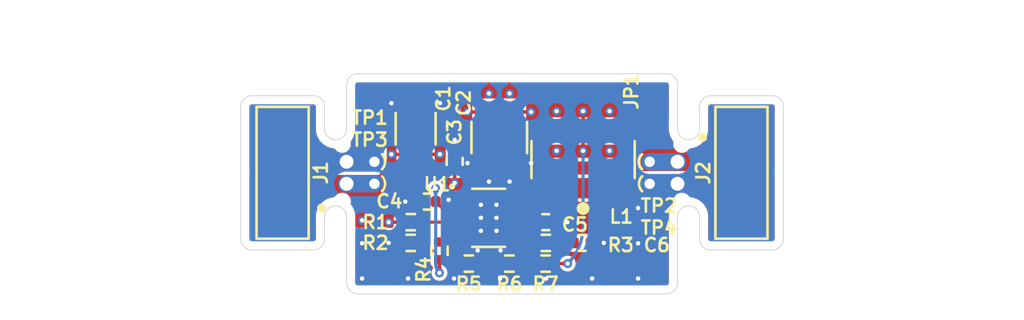
<source format=kicad_pcb>
(kicad_pcb (version 20241229) (generator "pcbnew") (generator_version "9.0")
  (layers (0 "F.Cu" signal) (4 "In1.Cu" power) (6 "In2.Cu" power) (2 "B.Cu" signal) (13 "F.Paste" user) (15 "B.Paste" user) (5 "F.SilkS" user "F.Silkscreen") (7 "B.SilkS" user "B.Silkscreen") (1 "F.Mask" user) (3 "B.Mask" user) (25 "Edge.Cuts" user))
  (net 0 "")
  (net 1 "GND")
  (net 2 "/3V3_MAX17761")
  (net 3 "Net-(C6-Pad1)")
  (net 4 "/LX")
  (net 5 "/~{RESET}")
  (net 6 "/MAX17761_FB")
  (net 7 "/3V3")
  (net 8 "/VIN")
  (net 9 "/VCC")
  (net 10 "/SS")
  (net 11 "/EN{slash}UVLO")
  (net 12 "/RT{slash}SYNC")
  (footprint "mouse_bite_footprints:mouse-bite-midle-50mil-200mil" (layer "F.Cu") (at 140.7922 99.897141 90)
    (property "Reference" "MB1" (hide yes))
    (property "Value" "mouse-bite-midle-50mil-200mil" (hide yes))
    (pad "" np_thru_hole circle (at -1.651 0.381 90) (size 0.5 0.5) (drill 0.5) (layers "F&B.Cu" "*.Mask"))
    (pad "" np_thru_hole circle (at 1.651 0.381 90) (size 0.5 0.5) (drill 0.5) (layers "F&B.Cu" "*.Mask"))
  )
  (footprint "test_point_footprints:TestPoint_THTPad_Castelated" (layer "F.Cu") (at 160.4774 99.262141 180)
    (property "Reference" "TP2" (at 2.2098 -2.532889 0) (layer "F.SilkS") (effects (font (size 0.762 0.762) (thickness 0.1524)) (justify left)))
    (property "Value" "TestPoint" (hide yes))
    (fp_arc (start 2.036734 -0.431051) (mid 2.215279 0.001265) (end 2.034942 0.432836) (stroke (width 0.1524)) (layer "F.SilkS"))
    (pad "1" thru_hole circle (at 0 0 180) (size 1 1) (drill 0.8) (property pad_prop_castellated) (layers "*.Cu" "*.Mask") (net 7 "/3V3"))
    (pad "1" thru_hole roundrect (at 1.6 0 180) (size 2.6 1) (drill 0.6 (offset -0.8 0)) (layers "*.Cu" "*.Mask") (roundrect_rratio 0.5) (net 7 "/3V3"))
  )
  (footprint "test_point_footprints:TestPoint_THTPad_Castelated" (layer "F.Cu") (at 141.4274 99.262141)
    (property "Reference" "TP1" (at 2.469279 -2.538735 0) (layer "F.SilkS") (effects (font (size 0.762 0.762) (thickness 0.1524)) (justify right)))
    (property "Value" "TestPoint" (hide yes))
    (fp_arc (start 2.036734 -0.431051) (mid 2.215279 0.001265) (end 2.034942 0.432836) (stroke (width 0.1524)) (layer "F.SilkS"))
    (pad "1" thru_hole circle (at 0 0) (size 1 1) (drill 0.8) (property pad_prop_castellated) (layers "*.Cu" "*.Mask") (net 1 "GND"))
    (pad "1" thru_hole roundrect (at 1.6 0) (size 2.6 1) (drill 0.6 (offset -0.8 0)) (layers "*.Cu" "*.Mask") (roundrect_rratio 0.5) (net 1 "GND"))
  )
  (footprint "capacitor_footprints:C_1210_200_3225Metric" (layer "F.Cu") (at 150.2158 97.864401 -90)
    (property "Reference" "C2" (at -1.154 1.6 90) (layer "F.SilkS") (effects (font (size 0.762 0.762) (thickness 0.1524)) (justify left bottom)))
    (property "Value" "47 µF")
    (fp_line (start 0.9 1.6) (end -0.9 1.6) (stroke (width 0.1524)) (layer "F.SilkS"))
    (fp_line (start 0.9 -1.6) (end -0.9 -1.6) (stroke (width 0.1524)) (layer "F.SilkS"))
    (pad "1" smd roundrect (at -1.475 0 270) (size 1.15 2.7) (layers "F.Cu" "F.Mask" "F.Paste") (net 2 "/3V3_MAX17761"))
    (pad "2" smd roundrect (at 1.475 0 270) (size 1.15 2.7) (layers "F.Cu" "F.Mask" "F.Paste") (net 1 "GND"))
  )
  (footprint "connector_footprints:FW-02-03-G-D-085-155" (layer "F.Cu") (at 164.1602 99.897141)
    (property "Reference" "J2" (at -1.754 0 90) (layer "F.SilkS") (effects (font (size 0.762 0.762) (thickness 0.1524)) (justify bottom)))
    (property "Value" "FW-02-03-G-D-085-155")
    (fp_rect (start -1.5 3.8) (end 1.5 -3.8) (stroke (width 0.1524)) (fill no) (layer "F.SilkS"))
    (fp_circle (center -2.24 -2.035) (end -2.425 -2.035) (stroke (width 0.1524)) (fill yes) (layer "F.SilkS"))
    (pad "1" smd roundrect (at -0.635 -2.035) (size 0.74 2.79) (layers "F.Cu" "F.Paste") (net 7 "/3V3"))
    (pad "2" smd roundrect (at -0.635 2.035) (size 0.74 2.79) (layers "F.Cu" "F.Paste") (net 1 "GND"))
    (pad "3" smd roundrect (at 0.635 -2.035) (size 0.74 2.79) (layers "F.Cu" "F.Paste") (net 7 "/3V3"))
    (pad "4" smd roundrect (at 0.635 2.035) (size 0.74 2.79) (layers "F.Cu" "F.Paste") (net 1 "GND"))
  )
  (footprint "test_point_footprints:TestPoint_THTPad_Castelated" (layer "F.Cu") (at 141.4274 100.532141)
    (property "Reference" "TP3" (at 2.469279 -2.538735 0) (layer "F.SilkS") (effects (font (size 0.762 0.762) (thickness 0.1524)) (justify right)))
    (property "Value" "TestPoint" (hide yes))
    (fp_arc (start 2.036734 -0.431051) (mid 2.215279 0.001265) (end 2.034942 0.432836) (stroke (width 0.1524)) (layer "F.SilkS"))
    (pad "1" thru_hole circle (at 0 0) (size 1 1) (drill 0.8) (property pad_prop_castellated) (layers "*.Cu" "*.Mask") (net 8 "/VIN"))
    (pad "1" thru_hole roundrect (at 1.6 0) (size 2.6 1) (drill 0.6 (offset -0.8 0)) (layers "*.Cu" "*.Mask") (roundrect_rratio 0.5) (net 8 "/VIN"))
  )
  (footprint "resistor_footprints:R_0402_1005Metric" (layer "F.Cu") (at 145.12036 102.744401)
    (property "Reference" "R1" (at -1.184 0 0) (layer "F.SilkS") (effects (font (size 0.762 0.762) (thickness 0.1524)) (justify right)))
    (property "Value" "430 kΩ")
    (fp_line (start 0.24 -0.47) (end -0.24 -0.47) (stroke (width 0.1524)) (layer "F.SilkS"))
    (fp_line (start 0.24 0.47) (end -0.24 0.47) (stroke (width 0.1524)) (layer "F.SilkS"))
    (pad "1" smd roundrect (at -0.51 0) (size 0.54 0.64) (layers "F.Cu" "F.Mask" "F.Paste") (net 8 "/VIN"))
    (pad "2" smd roundrect (at 0.51 0) (size 0.54 0.64) (layers "F.Cu" "F.Mask" "F.Paste") (net 11 "/EN{slash}UVLO"))
  )
  (footprint "resistor_footprints:R_0402_1005Metric" (layer "F.Cu") (at 152.8973 103.939661)
    (property "Reference" "R3" (at 3.47 0.127 0) (layer "F.SilkS") (effects (font (size 0.762 0.762) (thickness 0.1524)) (justify left)))
    (property "Value" "15.4 kΩ")
    (fp_line (start 0.24 -0.47) (end -0.24 -0.47) (stroke (width 0.1524)) (layer "F.SilkS"))
    (fp_line (start 0.24 0.47) (end -0.24 0.47) (stroke (width 0.1524)) (layer "F.SilkS"))
    (pad "1" smd roundrect (at -0.51 0) (size 0.54 0.64) (layers "F.Cu" "F.Mask" "F.Paste") (net 6 "/MAX17761_FB"))
    (pad "2" smd roundrect (at 0.51 0) (size 0.54 0.64) (layers "F.Cu" "F.Mask" "F.Paste") (net 3 "Net-(C6-Pad1)"))
  )
  (footprint "capacitor_footprints:C_0402_1005Metric" (layer "F.Cu") (at 146.0754 101.55936 180)
    (property "Reference" "C4" (at 1.342999 0.46 0) (layer "F.SilkS") (effects (font (size 0.762 0.762) (thickness 0.1524)) (justify right top)))
    (property "Value" "1 µF")
    (fp_line (start 0.2 0.46) (end -0.2 0.46) (stroke (width 0.1524)) (layer "F.SilkS"))
    (fp_line (start 0.2 -0.46) (end -0.2 -0.46) (stroke (width 0.1524)) (layer "F.SilkS"))
    (pad "1" smd roundrect (at -0.48 0 180) (size 0.56 0.62) (layers "F.Cu" "F.Mask" "F.Paste") (net 9 "/VCC"))
    (pad "2" smd roundrect (at 0.48 0 180) (size 0.56 0.62) (layers "F.Cu" "F.Mask" "F.Paste") (net 1 "GND"))
  )
  (footprint "mouse_bite_footprints:mouse-bite-midle-50mil-200mil" (layer "F.Cu") (at 161.1122 99.897141 -90)
    (property "Reference" "MB2" (hide yes))
    (property "Value" "mouse-bite-midle-50mil-200mil" (hide yes))
    (pad "" np_thru_hole circle (at -1.651 0.381 270) (size 0.5 0.5) (drill 0.5) (layers "F&B.Cu" "*.Mask"))
    (pad "" np_thru_hole circle (at 1.651 0.381 270) (size 0.5 0.5) (drill 0.5) (layers "F&B.Cu" "*.Mask"))
  )
  (footprint "inductor_footprints:XAL5050" (layer "F.Cu") (at 155.0416 99.1362 90)
    (property "Reference" "L1" (at -2.8448 2.9718 0) (layer "F.SilkS") (effects (font (size 0.762 0.762) (thickness 0.1524)) (justify right top)))
    (property "Value" "22 µH")
    (fp_line (start 1.0668 -2.9718) (end -1.0668 -2.9718) (stroke (width 0.1524)) (layer "F.SilkS"))
    (fp_line (start 1.0668 2.9718) (end -1.0668 2.9718) (stroke (width 0.1524)) (layer "F.SilkS"))
    (fp_circle (center -2.8194 0) (end -3.1115 0) (stroke (width 0.1524)) (fill yes) (layer "F.SilkS"))
    (pad "1" smd roundrect (at -1.651 0 90) (size 1.1684 4.699) (layers "F.Cu" "F.Mask" "F.Paste") (net 4 "/LX"))
    (pad "2" smd roundrect (at 1.651 0 90) (size 1.1684 4.699) (layers "F.Cu" "F.Mask" "F.Paste") (net 2 "/3V3_MAX17761"))
  )
  (footprint "capacitor_footprints:C_1206_3216Metric" (layer "F.Cu") (at 145.40236 97.356401 90)
    (property "Reference" "C1" (at 0.9 1.15 90) (layer "F.SilkS") (effects (font (size 0.762 0.762) (thickness 0.1524)) (justify left top)))
    (property "Value" "2.2 µF")
    (fp_line (start 0.9 -1.15) (end -0.9 -1.15) (stroke (width 0.1524)) (layer "F.SilkS"))
    (fp_line (start 0.9 1.15) (end -0.9 1.15) (stroke (width 0.1524)) (layer "F.SilkS"))
    (pad "1" smd roundrect (at -1.475 0 90) (size 1.15 1.8) (layers "F.Cu" "F.Mask" "F.Paste") (net 8 "/VIN"))
    (pad "2" smd roundrect (at 1.475 0 90) (size 1.15 1.8) (layers "F.Cu" "F.Mask" "F.Paste") (net 1 "GND"))
  )
  (footprint "capacitor_footprints:C_0402_1005Metric" (layer "F.Cu") (at 154.9908 103.939661)
    (property "Reference" "C6" (at 3.45 0.127 0) (layer "F.SilkS") (effects (font (size 0.762 0.762) (thickness 0.1524)) (justify left)))
    (property "Value" "6.8 nF")
    (fp_line (start 0.2 -0.46) (end -0.2 -0.46) (stroke (width 0.1524)) (layer "F.SilkS"))
    (fp_line (start 0.2 0.46) (end -0.2 0.46) (stroke (width 0.1524)) (layer "F.SilkS"))
    (pad "1" smd roundrect (at -0.48 0) (size 0.56 0.62) (layers "F.Cu" "F.Mask" "F.Paste") (net 3 "Net-(C6-Pad1)"))
    (pad "2" smd roundrect (at 0.48 0) (size 0.56 0.62) (layers "F.Cu" "F.Mask" "F.Paste") (net 1 "GND"))
  )
  (footprint "capacitor_footprints:C_0402_1005Metric" (layer "F.Cu") (at 152.8927 102.744399)
    (property "Reference" "C5" (at 0.834999 0.587 0) (layer "F.SilkS") (effects (font (size 0.762 0.762) (thickness 0.1524)) (justify left bottom)))
    (property "Value" "100 nF")
    (fp_line (start 0.2 -0.46) (end -0.2 -0.46) (stroke (width 0.1524)) (layer "F.SilkS"))
    (fp_line (start 0.2 0.46) (end -0.2 0.46) (stroke (width 0.1524)) (layer "F.SilkS"))
    (pad "1" smd roundrect (at -0.48 0) (size 0.56 0.62) (layers "F.Cu" "F.Mask" "F.Paste") (net 10 "/SS"))
    (pad "2" smd roundrect (at 0.48 0) (size 0.56 0.62) (layers "F.Cu" "F.Mask" "F.Paste") (net 1 "GND"))
  )
  (footprint "resistor_footprints:R_0402_1005Metric" (layer "F.Cu") (at 148.46246 105.133459)
    (property "Reference" "R5" (at 0 0.724 0) (layer "F.SilkS") (effects (font (size 0.762 0.762) (thickness 0.1524)) (justify top)))
    (property "Value" "105 kΩ")
    (fp_line (start 0.24 -0.47) (end -0.24 -0.47) (stroke (width 0.1524)) (layer "F.SilkS"))
    (fp_line (start 0.24 0.47) (end -0.24 0.47) (stroke (width 0.1524)) (layer "F.SilkS"))
    (pad "1" smd roundrect (at -0.51 0) (size 0.54 0.64) (layers "F.Cu" "F.Mask" "F.Paste") (net 12 "/RT{slash}SYNC"))
    (pad "2" smd roundrect (at 0.51 0) (size 0.54 0.64) (layers "F.Cu" "F.Mask" "F.Paste") (net 1 "GND"))
  )
  (footprint "capacitor_footprints:C_0402_1005Metric" (layer "F.Cu") (at 147.64766 99.240401 90)
    (property "Reference" "C3" (at 0.834999 -0.46 90) (layer "F.SilkS") (effects (font (size 0.762 0.762) (thickness 0.1524)) (justify left top)))
    (property "Value" "100 nF")
    (fp_line (start 0.2 -0.46) (end -0.2 -0.46) (stroke (width 0.1524)) (layer "F.SilkS"))
    (fp_line (start 0.2 0.46) (end -0.2 0.46) (stroke (width 0.1524)) (layer "F.SilkS"))
    (pad "1" smd roundrect (at -0.48 0 90) (size 0.56 0.62) (layers "F.Cu" "F.Mask" "F.Paste") (net 8 "/VIN"))
    (pad "2" smd roundrect (at 0.48 0 90) (size 0.56 0.62) (layers "F.Cu" "F.Mask" "F.Paste") (net 1 "GND"))
  )
  (footprint "resistor_footprints:R_0402_1005Metric" (layer "F.Cu") (at 146.7739 104.397401 -90)
    (property "Reference" "R4" (at 0.24 0.47 90) (layer "F.SilkS") (effects (font (size 0.762 0.762) (thickness 0.1524)) (justify right bottom)))
    (property "Value" "10 kΩ")
    (fp_line (start 0.24 0.47) (end -0.24 0.47) (stroke (width 0.1524)) (layer "F.SilkS"))
    (fp_line (start 0.24 -0.47) (end -0.24 -0.47) (stroke (width 0.1524)) (layer "F.SilkS"))
    (pad "1" smd roundrect (at -0.51 0 270) (size 0.54 0.64) (layers "F.Cu" "F.Mask" "F.Paste") (net 5 "/~{RESET}"))
    (pad "2" smd roundrect (at 0.51 0 270) (size 0.54 0.64) (layers "F.Cu" "F.Mask" "F.Paste") (net 9 "/VCC"))
  )
  (footprint "resistor_footprints:R_0402_1005Metric" (layer "F.Cu") (at 150.7998 105.133459 180)
    (property "Reference" "R6" (at 0 -0.724 0) (layer "F.SilkS") (effects (font (size 0.762 0.762) (thickness 0.1524)) (justify top)))
    (property "Value" "18.2 kΩ")
    (fp_line (start 0.24 0.47) (end -0.24 0.47) (stroke (width 0.1524)) (layer "F.SilkS"))
    (fp_line (start 0.24 -0.47) (end -0.24 -0.47) (stroke (width 0.1524)) (layer "F.SilkS"))
    (pad "1" smd roundrect (at -0.51 0 180) (size 0.54 0.64) (layers "F.Cu" "F.Mask" "F.Paste") (net 6 "/MAX17761_FB"))
    (pad "2" smd roundrect (at 0.51 0 180) (size 0.54 0.64) (layers "F.Cu" "F.Mask" "F.Paste") (net 1 "GND"))
  )
  (footprint "connector_footprints:FW-02-03-G-D-085-155" (layer "F.Cu") (at 137.7435 99.897141 180)
    (property "Reference" "J1" (at -1.754 0 90) (layer "F.SilkS") (effects (font (size 0.762 0.762) (thickness 0.1524)) (justify top)))
    (property "Value" "FW-02-03-G-D-085-155")
    (fp_rect (start -1.5 3.8) (end 1.5 -3.8) (stroke (width 0.1524)) (fill no) (layer "F.SilkS"))
    (fp_circle (center -2.24 -2.035) (end -2.425 -2.035) (stroke (width 0.1524)) (fill yes) (layer "F.SilkS"))
    (pad "1" smd roundrect (at -0.635 -2.035 180) (size 0.74 2.79) (layers "F.Cu" "F.Paste") (net 8 "/VIN"))
    (pad "2" smd roundrect (at -0.635 2.035 180) (size 0.74 2.79) (layers "F.Cu" "F.Paste") (net 1 "GND"))
    (pad "3" smd roundrect (at 0.635 -2.035 180) (size 0.74 2.79) (layers "F.Cu" "F.Paste") (net 8 "/VIN"))
    (pad "4" smd roundrect (at 0.635 2.035 180) (size 0.74 2.79) (layers "F.Cu" "F.Paste") (net 1 "GND"))
  )
  (footprint "resistor_footprints:R_0402_1005Metric" (layer "F.Cu") (at 145.12036 103.939661 180)
    (property "Reference" "R2" (at 1.184 0 0) (layer "F.SilkS") (effects (font (size 0.762 0.762) (thickness 0.1524)) (justify right)))
    (property "Value" "137 kΩ")
    (fp_line (start 0.24 0.47) (end -0.24 0.47) (stroke (width 0.1524)) (layer "F.SilkS"))
    (fp_line (start 0.24 -0.47) (end -0.24 -0.47) (stroke (width 0.1524)) (layer "F.SilkS"))
    (pad "1" smd roundrect (at -0.51 0 180) (size 0.54 0.64) (layers "F.Cu" "F.Mask" "F.Paste") (net 11 "/EN{slash}UVLO"))
    (pad "2" smd roundrect (at 0.51 0 180) (size 0.54 0.64) (layers "F.Cu" "F.Mask" "F.Paste") (net 1 "GND"))
  )
  (footprint "solder_jumper_footprints:SolderJumper-2_P1.3mm_Bridged_RoundedPad1.0x1.5mm" (layer "F.Cu") (at 159.2072 97.053476 -90)
    (property "Reference" "JP1" (at -0.7112 0.9398 90) (layer "F.SilkS") (effects (font (size 0.762 0.762) (thickness 0.1524) (bold yes)) (justify left bottom)))
    (property "Value" "SolderJumper_2_Bridged")
    (fp_poly (pts (xy 0.25 -0.3) (xy -0.25 -0.3) (xy -0.25 0.3) (xy 0.25 0.3)) (fill yes) (layer "F.Cu"))
    (pad "1" smd custom (at -0.65 0 270) (size 1 0.5) (layers "F.Cu" "F.Mask") (net 2 "/3V3_MAX17761") (options (clearance outline) (anchor rect)) (primitives (gr_circle (center 0 0.25) (end 0.5 0.25) (width 0) (fill yes)) (gr_circle (center 0 -0.25) (end 0.5 -0.25) (width 0) (fill yes)) (gr_poly (pts (xy 0.5 0.75) (xy 0 0.75) (xy 0 -0.75) (xy 0.5 -0.75)) (width 0) (fill yes))))
    (pad "2" smd custom (at 0.65 0 270) (size 1 0.5) (layers "F.Cu" "F.Mask") (net 7 "/3V3") (options (clearance outline) (anchor rect)) (primitives (gr_circle (center 0 0.25) (end 0.5 0.25) (width 0) (fill yes)) (gr_circle (center 0 -0.25) (end 0.5 -0.25) (width 0) (fill yes)) (gr_poly (pts (xy 0 0.75) (xy -0.5 0.75) (xy -0.5 -0.75) (xy 0 -0.75)) (width 0) (fill yes))))
  )
  (footprint "resistor_footprints:R_0402_1005Metric" (layer "F.Cu") (at 152.88206 105.133459 180)
    (property "Reference" "R7" (at 0 -0.724 0) (layer "F.SilkS") (effects (font (size 0.762 0.762) (thickness 0.1524)) (justify top)))
    (property "Value" "57.6 kΩ")
    (fp_line (start 0.24 0.47) (end -0.24 0.47) (stroke (width 0.1524)) (layer "F.SilkS"))
    (fp_line (start 0.24 -0.47) (end -0.24 -0.47) (stroke (width 0.1524)) (layer "F.SilkS"))
    (pad "1" smd roundrect (at -0.51 0 180) (size 0.54 0.64) (layers "F.Cu" "F.Mask" "F.Paste") (net 2 "/3V3_MAX17761"))
    (pad "2" smd roundrect (at 0.51 0 180) (size 0.54 0.64) (layers "F.Cu" "F.Mask" "F.Paste") (net 6 "/MAX17761_FB"))
  )
  (footprint "test_point_footprints:TestPoint_THTPad_Castelated" (layer "F.Cu") (at 160.4774 100.532141 180)
    (property "Reference" "TP4" (at 2.2098 -2.532889 0) (layer "F.SilkS") (effects (font (size 0.762 0.762) (thickness 0.1524)) (justify left)))
    (property "Value" "TestPoint" (hide yes))
    (fp_arc (start 2.036734 -0.431051) (mid 2.215279 0.001265) (end 2.034942 0.432836) (stroke (width 0.1524)) (layer "F.SilkS"))
    (pad "1" thru_hole circle (at 0 0 180) (size 1 1) (drill 0.8) (property pad_prop_castellated) (layers "*.Cu" "*.Mask") (net 1 "GND"))
    (pad "1" thru_hole roundrect (at 1.6 0 180) (size 2.6 1) (drill 0.6 (offset -0.8 0)) (layers "*.Cu" "*.Mask") (roundrect_rratio 0.5) (net 1 "GND"))
  )
  (footprint "analog_devices_footprints:21-0664_TD1233&plus_1C_MXM" (layer "F.Cu") (at 149.606 102.494401)
    (property "Reference" "U1" (at -2.1082 -1.9304 0) (layer "F.SilkS") (effects (font (size 0.762 0.762) (thickness 0.1524) (bold yes)) (justify right)))
    (property "Value" "MAX17761ATC+")
    (fp_line (start -0.947026 1.6764) (end 0.947026 1.6764) (stroke (width 0.1524)) (layer "F.SilkS"))
    (fp_line (start 0.947026 -1.6764) (end -0.947026 -1.6764) (stroke (width 0.1524)) (layer "F.SilkS"))
    (fp_circle (center -2.1082 -1.8034) (end -1.9812 -1.8034) (stroke (width 0.1)) (fill yes) (layer "F.SilkS"))
    (pad "1" smd rect (at -1.4732 -1.25) (size 0.762 0.254) (layers "F.Cu" "F.Mask" "F.Paste") (net 8 "/VIN"))
    (pad "2" smd rect (at -1.4732 -0.750001) (size 0.762 0.254) (layers "F.Cu" "F.Mask" "F.Paste") (net 1 "GND"))
    (pad "3" smd rect (at -1.4732 -0.25) (size 0.762 0.254) (layers "F.Cu" "F.Mask" "F.Paste") (net 9 "/VCC"))
    (pad "4" smd rect (at -1.4732 0.25) (size 0.762 0.254) (layers "F.Cu" "F.Mask" "F.Paste") (net 11 "/EN{slash}UVLO"))
    (pad "5" smd rect (at -1.4732 0.750001) (size 0.762 0.254) (layers "F.Cu" "F.Mask" "F.Paste") (net 5 "/~{RESET}"))
    (pad "6" smd rect (at -1.4732 1.25) (size 0.762 0.254) (layers "F.Cu" "F.Mask" "F.Paste") (net 12 "/RT{slash}SYNC"))
    (pad "7" smd rect (at 1.4732 1.25) (size 0.762 0.254) (layers "F.Cu" "F.Mask" "F.Paste") (net 1 "GND"))
    (pad "8" smd rect (at 1.4732 0.750001) (size 0.762 0.254) (layers "F.Cu" "F.Mask" "F.Paste") (net 6 "/MAX17761_FB"))
    (pad "9" smd rect (at 1.4732 0.25) (size 0.762 0.254) (layers "F.Cu" "F.Mask" "F.Paste") (net 10 "/SS"))
    (pad "10" smd rect (at 1.4732 -0.25) (size 0.762 0.254) (layers "F.Cu" "F.Mask" "F.Paste") (net 1 "GND"))
    (pad "11" smd rect (at 1.4732 -0.750001) (size 0.762 0.254) (layers "F.Cu" "F.Mask" "F.Paste") (net 1 "GND"))
    (pad "12" smd rect (at 1.4732 -1.25) (size 0.762 0.254) (layers "F.Cu" "F.Mask" "F.Paste") (net 4 "/LX"))
    (pad "13" smd rect (at 0 0) (size 1.8034 2.5908) (layers "F.Cu" "F.Mask" "F.Paste") (net 1 "GND"))
  )
  (gr_arc (start 135.3312 96.0882) (mid 135.517187 95.639187) (end 135.9662 95.4532) (stroke (width 0.05)) (layer "Edge.Cuts"))
  (gr_line (start 165.9382 95.4532) (end 162.3822 95.4532) (stroke (width 0.05)) (layer "Edge.Cuts"))
  (gr_arc (start 166.5732 103.7082) (mid 166.387213 104.157213) (end 165.9382 104.3432) (stroke (width 0.05)) (layer "Edge.Cuts"))
  (gr_arc (start 165.9382 95.4532) (mid 166.387213 95.639187) (end 166.5732 96.0882) (stroke (width 0.05)) (layer "Edge.Cuts"))
  (gr_line (start 139.5222 104.3432) (end 135.9662 104.3432) (stroke (width 0.05)) (layer "Edge.Cuts"))
  (gr_arc (start 161.7472 96.0882) (mid 161.933187 95.639187) (end 162.3822 95.4532) (stroke (width 0.05)) (layer "Edge.Cuts"))
  (gr_arc (start 140.1572 102.4382) (mid 140.343187 101.989187) (end 140.7922 101.8032) (stroke (width 0.05)) (layer "Edge.Cuts"))
  (gr_arc (start 162.3822 104.3432) (mid 161.933187 104.157213) (end 161.7472 103.7082) (stroke (width 0.05)) (layer "Edge.Cuts"))
  (gr_line (start 141.4272 106.2482) (end 141.4272 102.4382) (stroke (width 0.05)) (layer "Edge.Cuts"))
  (gr_arc (start 141.4272 94.8182) (mid 141.613187 94.369187) (end 142.0622 94.1832) (stroke (width 0.05)) (layer "Edge.Cuts"))
  (gr_arc (start 142.0622 106.8832) (mid 141.613187 106.697213) (end 141.4272 106.2482) (stroke (width 0.05)) (layer "Edge.Cuts"))
  (gr_line (start 135.9662 95.4532) (end 139.5222 95.4532) (stroke (width 0.05)) (layer "Edge.Cuts"))
  (gr_line (start 166.5732 103.7082) (end 166.5732 96.0882) (stroke (width 0.05)) (layer "Edge.Cuts"))
  (gr_arc (start 141.4272 97.3582) (mid 141.241213 97.807213) (end 140.7922 97.9932) (stroke (width 0.05)) (layer "Edge.Cuts"))
  (gr_arc (start 140.1572 103.7082) (mid 139.971213 104.157213) (end 139.5222 104.3432) (stroke (width 0.05)) (layer "Edge.Cuts"))
  (gr_arc (start 140.7922 101.8032) (mid 141.241213 101.989187) (end 141.4272 102.4382) (stroke (width 0.05)) (layer "Edge.Cuts"))
  (gr_arc (start 161.1122 101.8032) (mid 161.561213 101.989187) (end 161.7472 102.4382) (stroke (width 0.05)) (layer "Edge.Cuts"))
  (gr_line (start 135.3312 103.7082) (end 135.3312 96.0882) (stroke (width 0.05)) (layer "Edge.Cuts"))
  (gr_arc (start 140.7922 97.9932) (mid 140.343187 97.807213) (end 140.1572 97.3582) (stroke (width 0.05)) (layer "Edge.Cuts"))
  (gr_arc (start 160.4772 106.2482) (mid 160.291213 106.697213) (end 159.8422 106.8832) (stroke (width 0.05)) (layer "Edge.Cuts"))
  (gr_line (start 160.4772 94.8182) (end 160.4772 97.3582) (stroke (width 0.05)) (layer "Edge.Cuts"))
  (gr_line (start 159.8422 106.8832) (end 142.0622 106.8832) (stroke (width 0.05)) (layer "Edge.Cuts"))
  (gr_line (start 142.0622 94.1832) (end 159.8422 94.1832) (stroke (width 0.05)) (layer "Edge.Cuts"))
  (gr_line (start 141.4272 97.3582) (end 141.4272 94.8182) (stroke (width 0.05)) (layer "Edge.Cuts"))
  (gr_line (start 162.3822 104.3432) (end 165.9382 104.3432) (stroke (width 0.05)) (layer "Edge.Cuts"))
  (gr_arc (start 159.8422 94.1832) (mid 160.291213 94.369187) (end 160.4772 94.8182) (stroke (width 0.05)) (layer "Edge.Cuts"))
  (gr_arc (start 161.1122 97.9932) (mid 160.663187 97.807213) (end 160.4772 97.3582) (stroke (width 0.05)) (layer "Edge.Cuts"))
  (gr_arc (start 135.9662 104.3432) (mid 135.517187 104.157213) (end 135.3312 103.7082) (stroke (width 0.05)) (layer "Edge.Cuts"))
  (gr_line (start 140.1572 102.4382) (end 140.1572 103.7082) (stroke (width 0.05)) (layer "Edge.Cuts"))
  (gr_line (start 161.7472 102.4382) (end 161.7472 103.7082) (stroke (width 0.05)) (layer "Edge.Cuts"))
  (gr_arc (start 160.4772 102.4382) (mid 160.663187 101.989187) (end 161.1122 101.8032) (stroke (width 0.05)) (layer "Edge.Cuts"))
  (gr_arc (start 139.5222 95.4532) (mid 139.971213 95.639187) (end 140.1572 96.0882) (stroke (width 0.05)) (layer "Edge.Cuts"))
  (gr_line (start 140.1572 96.0882) (end 140.1572 97.3582) (stroke (width 0.05)) (layer "Edge.Cuts"))
  (gr_line (start 161.7472 96.0882) (end 161.7472 97.3582) (stroke (width 0.05)) (layer "Edge.Cuts"))
  (gr_arc (start 161.7472 97.3582) (mid 161.561213 97.807213) (end 161.1122 97.9932) (stroke (width 0.05)) (layer "Edge.Cuts"))
  (gr_line (start 160.4772 102.4382) (end 160.4772 106.2482) (stroke (width 0.05)) (layer "Edge.Cuts"))
  (via (at 152.0446 99.339401) (size 0.508) (drill 0.254) (layers "F.Cu" "B.Cu") (net 1))
  (via (at 158.209342 101.9302) (size 0.508) (drill 0.254) (layers "F.Cu" "B.Cu") (net 1))
  (via (at 149.157268 102.4944) (size 0.508) (drill 0.254) (layers "F.Cu" "B.Cu") (net 1))
  (via (at 150.808466 100.406201) (size 0.508) (drill 0.254) (layers "F.Cu" "B.Cu") (net 1))
  (via (at 155.560485 105.9942) (size 0.508) (drill 0.254) (layers "F.Cu" "B.Cu") (net 1))
  (via (at 156.2328 103.939661) (size 0.508) (drill 0.254) (layers "F.Cu" "B.Cu") (net 1))
  (via (at 148.387 99.339401) (size 0.508) (drill 0.254) (layers "F.Cu" "B.Cu") (net 1))
  (via (at 142.3162 105.9942) (size 0.508) (drill 0.254) (layers "F.Cu" "B.Cu") (net 1))
  (via (at 158.209342 105.9942) (size 0.508) (drill 0.254) (layers "F.Cu" "B.Cu") (net 1))
  (via (at 146.79936 95.881401) (size 0.508) (drill 0.254) (layers "F.Cu" "B.Cu") (net 1))
  (via (at 144.00536 95.881401) (size 0.508) (drill 0.254) (layers "F.Cu" "B.Cu") (net 1))
  (via (at 144.965057 105.9942) (size 0.508) (drill 0.254) (layers "F.Cu" "B.Cu") (net 1))
  (via (at 147.297201 101.456469) (size 0.508) (drill 0.254) (layers "F.Cu" "B.Cu") (net 1))
  (via (at 150.054734 103.244402) (size 0.508) (drill 0.254) (layers "F.Cu" "B.Cu") (net 1))
  (via (at 147.613914 105.9942) (size 0.508) (drill 0.254) (layers "F.Cu" "B.Cu") (net 1))
  (via (at 150.262771 105.9942) (size 0.508) (drill 0.254) (layers "F.Cu" "B.Cu") (net 1))
  (via (at 143.84836 103.939661) (size 0.508) (drill 0.254) (layers "F.Cu" "B.Cu") (net 1))
  (via (at 149.157268 101.744401) (size 0.508) (drill 0.254) (layers "F.Cu" "B.Cu") (net 1))
  (via (at 154.1347 102.744399) (size 0.508) (drill 0.254) (layers "F.Cu" "B.Cu") (net 1))
  (via (at 150.054735 101.744401) (size 0.508) (drill 0.254) (layers "F.Cu" "B.Cu") (net 1))
  (via (at 158.209342 103.9622) (size 0.508) (drill 0.254) (layers "F.Cu" "B.Cu") (net 1))
  (via (at 150.2898 104.371459) (size 0.508) (drill 0.254) (layers "F.Cu" "B.Cu") (net 1))
  (via (at 147.64766 97.998401) (size 0.508) (drill 0.254) (layers "F.Cu" "B.Cu") (net 1))
  (via (at 144.8034 101.55936) (size 0.508) (drill 0.254) (layers "F.Cu" "B.Cu") (net 1))
  (via (at 149.623133 100.406201) (size 0.508) (drill 0.254) (layers "F.Cu" "B.Cu") (net 1))
  (via (at 148.97246 104.371459) (size 0.508) (drill 0.254) (layers "F.Cu" "B.Cu") (net 1))
  (via (at 150.054735 102.4944) (size 0.508) (drill 0.254) (layers "F.Cu" "B.Cu") (net 1))
  (via (at 149.157267 103.244402) (size 0.508) (drill 0.254) (layers "F.Cu" "B.Cu") (net 1))
  (via (at 152.911628 105.9942) (size 0.508) (drill 0.254) (layers "F.Cu" "B.Cu") (net 1))
  (via (at 142.3162 103.9622) (size 0.508) (drill 0.254) (layers "F.Cu" "B.Cu") (net 1))
  (segment (start 153.39206 105.133459) (end 154.15406 105.133459) (width 0.1778) (layer "F.Cu") (net 2))
  (via (at 152.0446 96.389401) (size 0.508) (drill 0.254) (layers "F.Cu" "B.Cu") (net 2))
  (via (at 153.5176 96.3422) (size 0.508) (drill 0.254) (layers "F.Cu" "B.Cu") (net 2))
  (via (at 155.0416 98.6282) (size 0.508) (drill 0.254) (layers "F.Cu" "B.Cu") (net 2))
  (via (at 153.5176 98.6282) (size 0.508) (drill 0.254) (layers "F.Cu" "B.Cu") (net 2))
  (via (at 155.0416 96.3422) (size 0.508) (drill 0.254) (layers "F.Cu" "B.Cu") (net 2))
  (via (at 150.808466 95.322601) (size 0.508) (drill 0.254) (layers "F.Cu" "B.Cu") (net 2))
  (via (at 149.623133 95.322601) (size 0.508) (drill 0.254) (layers "F.Cu" "B.Cu") (net 2))
  (via (at 154.15406 105.133459) (size 0.508) (drill 0.254) (layers "F.Cu" "B.Cu") (net 2))
  (via (at 156.5656 96.3422) (size 0.508) (drill 0.254) (layers "F.Cu" "B.Cu") (net 2))
  (via (at 156.5656 98.6282) (size 0.508) (drill 0.254) (layers "F.Cu" "B.Cu") (net 2))
  (via (at 148.387 96.389401) (size 0.508) (drill 0.254) (layers "F.Cu" "B.Cu") (net 2))
  (segment (start 155.0416 98.6282) (end 155.0416 102.990765) (width 0.1778) (layer "B.Cu") (net 2))
  (arc (start 154.15406 105.133459) (mid 154.810938 104.150377) (end 155.0416 102.990765) (width 0.1778) (layer "B.Cu") (net 2))
  (segment (start 154.5108 103.939661) (end 153.4073 103.939661) (width 0.1778) (layer "F.Cu") (net 3))
  (segment (start 151.0792 101.2444) (end 154.141074 101.2444) (width 0.2) (layer "F.Cu") (net 4))
  (arc (start 155.2448 100.7872) (mid 154.738386 101.125587) (end 154.141074 101.2444) (width 0.2) (layer "F.Cu") (net 4))
  (segment (start 147.105179 103.556122) (end 146.7739 103.887401) (width 0.1778) (layer "F.Cu") (net 5))
  (segment (start 148.1328 103.244402) (end 147.857738 103.244402) (width 0.1778) (layer "F.Cu") (net 5))
  (arc (start 147.857738 103.244402) (mid 147.450456 103.325415) (end 147.105179 103.556122) (width 0.1778) (layer "F.Cu") (net 5))
  (segment (start 151.3098 105.133459) (end 152.372061 105.133459) (width 0.1778) (layer "F.Cu") (net 6))
  (segment (start 152.372061 103.9549) (end 152.3873 103.939661) (width 0.1778) (layer "F.Cu") (net 6))
  (segment (start 151.0792 103.244402) (end 151.303889 103.244402) (width 0.1778) (layer "F.Cu") (net 6))
  (segment (start 152.372061 105.133459) (end 152.372061 103.9549) (width 0.1778) (layer "F.Cu") (net 6))
  (segment (start 151.966506 103.518867) (end 152.3873 103.939661) (width 0.1778) (layer "F.Cu") (net 6))
  (arc (start 151.966506 103.518867) (mid 151.662495 103.315733) (end 151.303889 103.244402) (width 0.1778) (layer "F.Cu") (net 6))
  (via (at 144.00536 98.831401) (size 0.508) (drill 0.254) (layers "F.Cu" "B.Cu") (net 8))
  (via (at 142.32314 102.641401) (size 0.508) (drill 0.254) (layers "F.Cu" "B.Cu") (net 8))
  (via (at 143.84836 102.744401) (size 0.508) (drill 0.254) (layers "F.Cu" "B.Cu") (net 8))
  (via (at 146.79936 98.831401) (size 0.508) (drill 0.254) (layers "F.Cu" "B.Cu") (net 8))
  (via (at 147.64766 100.482401) (size 0.508) (drill 0.254) (layers "F.Cu" "B.Cu") (net 8))
  (segment (start 146.873653 101.877613) (end 146.5554 101.55936) (width 0.1778) (layer "F.Cu") (net 9))
  (segment (start 146.5554 101.55936) (end 146.5554 100.79736) (width 0.1778) (layer "F.Cu") (net 9))
  (segment (start 146.7739 104.907401) (end 146.7739 105.669401) (width 0.1778) (layer "F.Cu") (net 9))
  (segment (start 146.5554 101.70414) (end 146.5326 101.72694) (width 0.1778) (layer "F.Cu") (net 9))
  (segment (start 148.1328 102.244401) (end 147.759157 102.244401) (width 0.1778) (layer "F.Cu") (net 9))
  (via (at 146.5554 100.79736) (size 0.508) (drill 0.254) (layers "F.Cu" "B.Cu") (net 9))
  (via (at 146.7739 105.669401) (size 0.508) (drill 0.254) (layers "F.Cu" "B.Cu") (net 9))
  (arc (start 146.873653 101.877613) (mid 147.279926 102.149076) (end 147.759157 102.244401) (width 0.1778) (layer "F.Cu") (net 9))
  (segment (start 146.5554 100.79736) (end 146.5554 105.14192) (width 0.1778) (layer "B.Cu") (net 9))
  (arc (start 146.7739 105.669401) (mid 146.612181 105.427381) (end 146.5554 105.14192) (width 0.1778) (layer "B.Cu") (net 9))
  (segment (start 152.397459 102.744401) (end 152.39746 102.7444) (width 0.1778) (layer "F.Cu") (net 10))
  (segment (start 151.0792 102.744401) (end 152.412698 102.744401) (width 0.1778) (layer "F.Cu") (net 10))
  (segment (start 152.412698 102.744401) (end 152.4127 102.744399) (width 0.1778) (layer "F.Cu") (net 10))
  (segment (start 145.63036 103.784721) (end 145.63036 102.744402) (width 0.1778) (layer "F.Cu") (net 11))
  (segment (start 148.1328 102.744402) (end 145.63036 102.744401) (width 0.1778) (layer "F.Cu") (net 11))
  (segment (start 148.1328 103.744401) (end 148.1328 104.698053) (width 0.1778) (layer "F.Cu") (net 12))
  (arc (start 148.1328 104.698053) (mid 148.085926 104.933704) (end 147.952461 105.133459) (width 0.1778) (layer "F.Cu") (net 12))
  (zone (net 1) (net_name "GND") (layers "F.Cu" "B.Cu" "In1.Cu" "In2.Cu") (connect_pads (clearance 0.2032)) (min_thickness 0.2032) (fill yes (thermal_gap 0.2032) (thermal_bridge_width 0.2032) (smoothing fillet) (radius 0.508))
    (polygon (pts (xy 135.3312 104.3432) (xy 141.4272 104.3432) (xy 141.4272 106.8832) (xy 160.4772 106.8832) (xy 160.4772 104.3432) (xy 166.5732 104.3432) (xy 166.5732 95.4532) (xy 160.4772 95.4532) (xy 160.4772 94.1832) (xy 141.4272 94.1832) (xy 141.4272 95.4532) (xy 135.3312 95.4532)))
  )
  (zone (net 8) (net_name "/VIN") (layers "F.Cu" "In1.Cu") (priority 4) (connect_pads (clearance 0.2032)) (min_thickness 0.2032) (fill yes (thermal_gap 0.2032) (thermal_bridge_width 0.2032))
    (polygon (pts (xy 148.488349 103.0732) (xy 141.4272 103.0732) (xy 141.4272 104.3432) (xy 135.3312 104.3432) (xy 135.3312 100.0252) (xy 143.2814 100.0252) (xy 143.7386 99.568) (xy 143.7386 97.4852) (xy 147.31746 97.4852) (xy 147.31746 99.2632) (xy 148.48766 99.2632)))
  )
  (zone (net 2) (net_name "/3V3_MAX17761") (layers "F.Cu" "In1.Cu") (priority 5) (connect_pads (clearance 0.2032)) (min_thickness 0.2032) (fill yes (thermal_gap 0.2032) (thermal_bridge_width 0.2032))
    (polygon (pts (xy 160.4772 96.901) (xy 158.379632 96.901) (xy 158.015993 97.307139) (xy 158.015694 99.0346) (xy 153.001134 99.0346) (xy 151.731134 97.764599) (xy 148.8948 97.7646) (xy 147.9804 96.8502) (xy 147.9804 94.1832) (xy 160.4772 94.1832)))
  )
  (zone (net 7) (net_name "/3V3") (layers "F.Cu" "In1.Cu") (priority 6) (connect_pads (clearance 0.2032)) (min_thickness 0.2032) (fill yes (thermal_gap 0.2032) (thermal_bridge_width 0.2032))
    (polygon (pts (xy 166.5732 99.7966) (xy 158.3436 99.7966) (xy 158.3436 97.2058) (xy 161.7472 97.2058) (xy 161.7472 95.4532) (xy 166.5732 95.4532)))
  )
)
</source>
